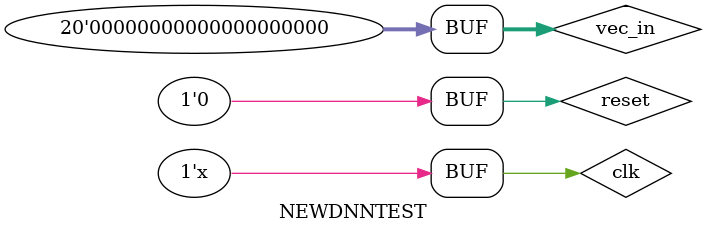
<source format=v>
`timescale 1ns / 1ps


module NEWDNNTEST;

	// Inputs
	reg clk;
	reg reset;
	reg [19:0] vec_in;
	reg dv_in;
	reg [15:0] index2=0;

	// Outputs
	wire [10:0] vec_out;
	wire dv_out;

	// Instantiate the Unit Under Test (UUT)
	DNN_0117 uut (
		.clk(clk), 
		.reset(reset), 
		.vec_in(vec_in), 
		.dv_in(dv_in),  
		.vec_out(vec_out), 
		.dv_out(dv_out)
	);
	always begin
		#5
		clk=~clk;
		
		
	end
	always begin
		#10
		if(index2==20) begin 
			dv_in=1;
			index2=0;
		end
		else begin
		dv_in=0;
			index2=index2+1;
		end
	end
	initial begin
		// Initialize Inputs
		clk = 0;
		reset = 0;
		vec_in = 0;
		dv_in = 0;

		// Wait 100 ns for global reset to finish
		#100;
        
		// Add stimulus here

	end
      
endmodule


</source>
